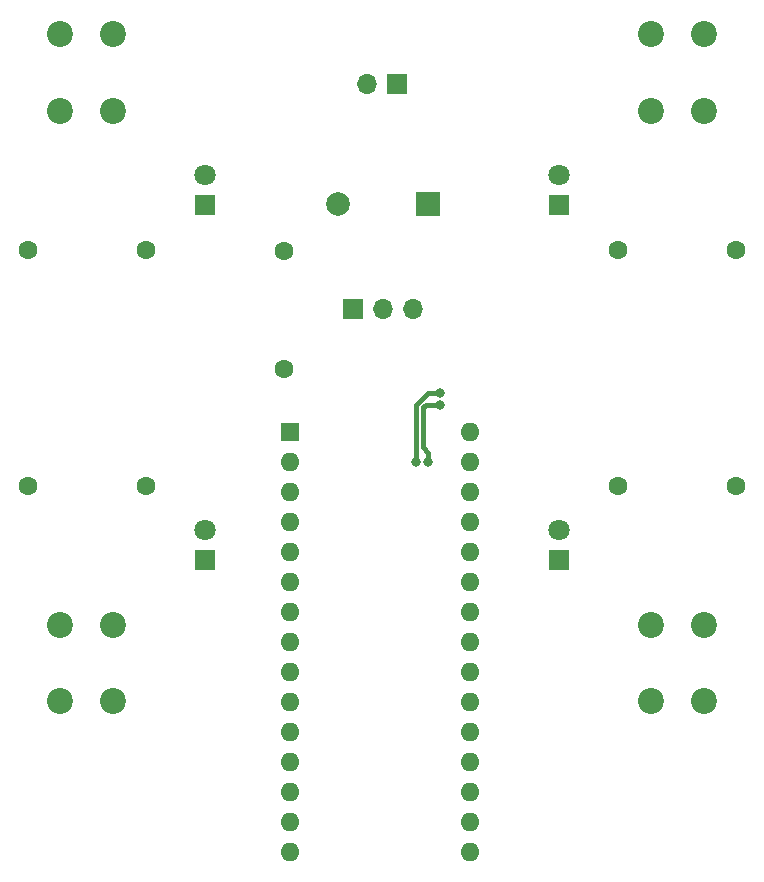
<source format=gbr>
%TF.GenerationSoftware,KiCad,Pcbnew,(5.99.0-8542-g320ca5a0d0)*%
%TF.CreationDate,2021-01-25T09:29:34-05:00*%
%TF.ProjectId,Memory Game,4d656d6f-7279-4204-9761-6d652e6b6963,rev?*%
%TF.SameCoordinates,Original*%
%TF.FileFunction,Copper,L2,Bot*%
%TF.FilePolarity,Positive*%
%FSLAX46Y46*%
G04 Gerber Fmt 4.6, Leading zero omitted, Abs format (unit mm)*
G04 Created by KiCad (PCBNEW (5.99.0-8542-g320ca5a0d0)) date 2021-01-25 09:29:34*
%MOMM*%
%LPD*%
G01*
G04 APERTURE LIST*
%TA.AperFunction,ComponentPad*%
%ADD10R,1.800000X1.800000*%
%TD*%
%TA.AperFunction,ComponentPad*%
%ADD11C,1.800000*%
%TD*%
%TA.AperFunction,ComponentPad*%
%ADD12C,2.200000*%
%TD*%
%TA.AperFunction,ComponentPad*%
%ADD13R,1.600000X1.600000*%
%TD*%
%TA.AperFunction,ComponentPad*%
%ADD14O,1.600000X1.600000*%
%TD*%
%TA.AperFunction,ComponentPad*%
%ADD15C,2.000000*%
%TD*%
%TA.AperFunction,ComponentPad*%
%ADD16R,2.000000X2.000000*%
%TD*%
%TA.AperFunction,ComponentPad*%
%ADD17O,1.700000X1.700000*%
%TD*%
%TA.AperFunction,ComponentPad*%
%ADD18R,1.700000X1.700000*%
%TD*%
%TA.AperFunction,ComponentPad*%
%ADD19C,1.600000*%
%TD*%
%TA.AperFunction,ViaPad*%
%ADD20C,0.800000*%
%TD*%
%TA.AperFunction,Conductor*%
%ADD21C,0.381000*%
%TD*%
G04 APERTURE END LIST*
D10*
%TO.P,RED,1,K*%
%TO.N,GND*%
X85000000Y-86270000D03*
D11*
%TO.P,RED,2,A*%
%TO.N,Net-(D1-Pad2)*%
X85000000Y-83730000D03*
%TD*%
D10*
%TO.P,BLUE,1,K*%
%TO.N,GND*%
X115000000Y-86270000D03*
D11*
%TO.P,BLUE,2,A*%
%TO.N,Net-(D2-Pad2)*%
X115000000Y-83730000D03*
%TD*%
D10*
%TO.P,GREEN,1,K*%
%TO.N,GND*%
X115000000Y-116270000D03*
D11*
%TO.P,GREEN,2,A*%
%TO.N,Net-(D3-Pad2)*%
X115000000Y-113730000D03*
%TD*%
D10*
%TO.P,YELLOW,1,K*%
%TO.N,GND*%
X85000000Y-116270000D03*
D11*
%TO.P,YELLOW,2,A*%
%TO.N,Net-(D4-Pad2)*%
X85000000Y-113730000D03*
%TD*%
D12*
%TO.P,SW1,1,1*%
%TO.N,BUTTON_1*%
X72750000Y-78250000D03*
X72750000Y-71750000D03*
%TO.P,SW1,2,2*%
%TO.N,GND*%
X77250000Y-71750000D03*
X77250000Y-78250000D03*
%TD*%
%TO.P,SW2,1,1*%
%TO.N,BUTTON_2*%
X122750000Y-78250000D03*
X122750000Y-71750000D03*
%TO.P,SW2,2,2*%
%TO.N,GND*%
X127250000Y-71750000D03*
X127250000Y-78250000D03*
%TD*%
%TO.P,SW3,1,1*%
%TO.N,BUTTON_3*%
X122750000Y-121750000D03*
X122750000Y-128250000D03*
%TO.P,SW3,2,2*%
%TO.N,GND*%
X127250000Y-128250000D03*
X127250000Y-121750000D03*
%TD*%
%TO.P,SW4,1,1*%
%TO.N,BUTTON_4*%
X72750000Y-128250000D03*
X72750000Y-121750000D03*
%TO.P,SW4,2,2*%
%TO.N,GND*%
X77250000Y-128250000D03*
X77250000Y-121750000D03*
%TD*%
D13*
%TO.P,A1,1,D1/TX*%
%TO.N,STX*%
X92202000Y-105410000D03*
D14*
%TO.P,A1,2,D0/RX*%
%TO.N,SRX*%
X92202000Y-107950000D03*
%TO.P,A1,3,~RESET*%
%TO.N,RESET_2*%
X92202000Y-110490000D03*
%TO.P,A1,4,GND*%
%TO.N,GND*%
X92202000Y-113030000D03*
%TO.P,A1,5,D2*%
%TO.N,no_connect_(A1-Pad5)*%
X92202000Y-115570000D03*
%TO.P,A1,6,D3*%
%TO.N,no_connect_(A1-Pad6)*%
X92202000Y-118110000D03*
%TO.P,A1,7,D4*%
%TO.N,Speaker*%
X92202000Y-120650000D03*
%TO.P,A1,8,D5*%
%TO.N,BUTTON_1*%
X92202000Y-123190000D03*
%TO.P,A1,9,D6*%
%TO.N,LED_1*%
X92202000Y-125730000D03*
%TO.P,A1,10,D7*%
%TO.N,BUTTON_2*%
X92202000Y-128270000D03*
%TO.P,A1,11,D8*%
%TO.N,LED_2*%
X92202000Y-130810000D03*
%TO.P,A1,12,D9*%
%TO.N,LED_3*%
X92202000Y-133350000D03*
%TO.P,A1,13,D10*%
%TO.N,BUTTON_3*%
X92202000Y-135890000D03*
%TO.P,A1,14,D11*%
%TO.N,LED_4*%
X92202000Y-138430000D03*
%TO.P,A1,15,D12*%
%TO.N,BUTTON_4*%
X92202000Y-140970000D03*
%TO.P,A1,16,D13*%
%TO.N,BLINK*%
X107442000Y-140970000D03*
%TO.P,A1,17,3V3*%
%TO.N,no_connect_(A1-Pad17)*%
X107442000Y-138430000D03*
%TO.P,A1,18,AREF*%
%TO.N,no_connect_(A1-Pad18)*%
X107442000Y-135890000D03*
%TO.P,A1,19,A0*%
%TO.N,no_connect_(A1-Pad19)*%
X107442000Y-133350000D03*
%TO.P,A1,20,A1*%
%TO.N,no_connect_(A1-Pad20)*%
X107442000Y-130810000D03*
%TO.P,A1,21,A2*%
%TO.N,no_connect_(A1-Pad21)*%
X107442000Y-128270000D03*
%TO.P,A1,22,A3*%
%TO.N,no_connect_(A1-Pad22)*%
X107442000Y-125730000D03*
%TO.P,A1,23,A4*%
%TO.N,no_connect_(A1-Pad23)*%
X107442000Y-123190000D03*
%TO.P,A1,24,A5*%
%TO.N,no_connect_(A1-Pad24)*%
X107442000Y-120650000D03*
%TO.P,A1,25,A6*%
%TO.N,A6*%
X107442000Y-118110000D03*
%TO.P,A1,26,A7*%
%TO.N,A7*%
X107442000Y-115570000D03*
%TO.P,A1,27,+5V*%
%TO.N,no_connect_(A1-Pad27)*%
X107442000Y-113030000D03*
%TO.P,A1,28,~RESET*%
%TO.N,RESET_1*%
X107442000Y-110490000D03*
%TO.P,A1,29,GND*%
%TO.N,GND*%
X107442000Y-107950000D03*
%TO.P,A1,30,VIN*%
%TO.N,VCC*%
X107442000Y-105410000D03*
%TD*%
D15*
%TO.P,LS1,1,1*%
%TO.N,Net-(LS1-Pad1)*%
X96266000Y-86106000D03*
D16*
%TO.P,LS1,2,2*%
%TO.N,GND*%
X103866000Y-86106000D03*
%TD*%
D17*
%TO.P,J1,1,Pin_1*%
%TO.N,BATTERY*%
X98730000Y-75946000D03*
D18*
%TO.P,J1,2,Pin_2*%
%TO.N,GND*%
X101270000Y-75946000D03*
%TD*%
%TO.P,SW5,1,A*%
%TO.N,VCC*%
X97536000Y-94996000D03*
D17*
%TO.P,SW5,2,B*%
%TO.N,BATTERY*%
X100076000Y-94996000D03*
%TO.P,SW5,3,C*%
%TO.N,no_connect_(SW5-Pad3)*%
X102616000Y-94996000D03*
%TD*%
D19*
%TO.P,R1,1*%
%TO.N,Speaker*%
X91694000Y-100100000D03*
%TO.P,R1,2*%
%TO.N,Net-(LS1-Pad1)*%
X91694000Y-90100000D03*
%TD*%
%TO.P,R3,1*%
%TO.N,LED_2*%
X130000000Y-90000000D03*
%TO.P,R3,2*%
%TO.N,Net-(D2-Pad2)*%
X120000000Y-90000000D03*
%TD*%
%TO.P,R2,1*%
%TO.N,LED_1*%
X70000000Y-90000000D03*
%TO.P,R2,2*%
%TO.N,Net-(D1-Pad2)*%
X80000000Y-90000000D03*
%TD*%
%TO.P,R4,1*%
%TO.N,LED_3*%
X130000000Y-110000000D03*
%TO.P,R4,2*%
%TO.N,Net-(D3-Pad2)*%
X120000000Y-110000000D03*
%TD*%
%TO.P,R5,1*%
%TO.N,LED_4*%
X70000000Y-110000000D03*
%TO.P,R5,2*%
%TO.N,Net-(D4-Pad2)*%
X80000000Y-110000000D03*
%TD*%
D20*
%TO.N,BUTTON_2*%
X104902000Y-102108000D03*
X102870000Y-107950000D03*
%TO.N,LED_2*%
X103886000Y-107950000D03*
X104902000Y-103124000D03*
%TD*%
D21*
%TO.N,BUTTON_2*%
X102870000Y-103124000D02*
X103886000Y-102108000D01*
X103886000Y-102108000D02*
X104902000Y-102108000D01*
X102870000Y-107950000D02*
X102870000Y-103124000D01*
%TO.N,LED_2*%
X103691672Y-103124000D02*
X103451010Y-103364662D01*
X103451010Y-103364662D02*
X103451010Y-106753010D01*
X103451010Y-106753010D02*
X103886000Y-107188000D01*
X103886000Y-107188000D02*
X103886000Y-107950000D01*
X104902000Y-103124000D02*
X103691672Y-103124000D01*
%TD*%
M02*

</source>
